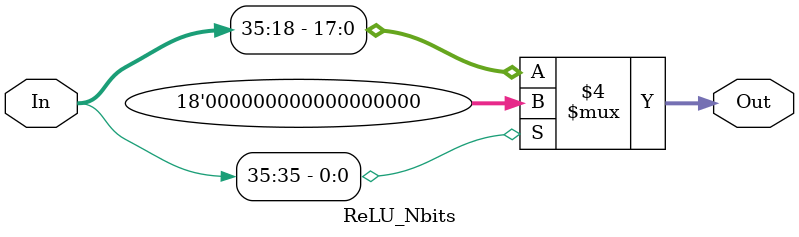
<source format=v>
module ha(a, b, s, cout);
    input a, b; 
    output s, cout;

    assign s = a ^ b;        
    assign cout = a & b;     

endmodule

module fa(a, b, cin, s, cout);
    input a, b, cin; 
    output s, cout;
    wire c1, c2;

    assign s = a ^ b ^ cin;
    assign c1 = a & b;
    assign c2 = (a ^ b) & cin;
    assign cout = c1 | c2;
endmodule


module rca_Nbits (A, B, S, Cout);
    parameter N = 16;

    input signed [N-1:0] A, B;
    output signed [N-1:0] S;
    output Cout;

//     wire  [N-1:0] w_cout;

//     // HA
//     ha ha_0 (
//         .a(A[0]),
//         .b(B[0]),
//         .s(S[0]),
//         .cout(w_cout[0])
//     );

//     // FA
//     generate
//         genvar i;
//         for (i = 1; i < N; i = i + 1)
//             begin
//                 fa fa_i (
//                     .a(A[i]),
//                     .b(B[i]),
//                     .cin(w_cout[i-1]),
//                     .s(S[i]),
//                     .cout(w_cout[i])
//                 );
//             end
//     endgenerate
    
//     assign Cout = w_cout[N-1];
  assign S = A + B;
  
endmodule

module m_mult (W, X, Out);
    parameter N = 18;

    input signed [N-1:0] W, X;
    output signed [(2*N)-1:0] Out;

//     reg [(2*N)-1:0] P;
//     wire [(2*N)-1:0] PP [N-1:0];
//     wire [(2*N)-1:0] P_next;
//     integer i;

//     // Partial Products
//     generate
//         genvar j;
//         for (j = 0; j < N; j = j + 1)
//             begin
//                 assign PP[j] = X[j] ? (W << j) : 0;
//             end
//     endgenerate

//     assign P_next = P + PP[0]; // Simplified for illustration; actual implementation may vary

//     assign Out = P;
  assign Out = W * X;
  
endmodule

module mac_Nbits (W, X, rst, clk, en, Out);
    parameter N = 18;

    input signed [N-1:0] W, X;
    input rst, clk, en;
    output signed [(2*N)-1:0] Out;

    wire [(2*N)-1:0] out_mult, out_add;

    reg [(2*N)-1:0] AC;

    m_mult #(N) m_mult_inst (
        .W(W),
        .X(X),
        .Out(out_mult)
    );

    rca_Nbits #(2*N) rca_inst (
        .A(out_mult),
        .B(AC),
        .S(out_add[(2*N)-1:0]),
        .Cout()
    );

  always @(posedge clk or posedge rst) begin
    if (!rst) begin
            AC <= 0;
    end else if (en) begin
            AC <= out_add;
        end
    end

    assign Out = AC;
endmodule

module ReLU_Nbits (In, Out);
    parameter N = 18;

    input signed [(2*N)-1:0] In;
    output reg [N-1:0] Out;

    always @(*) begin
        if (In[(2*N)-1] == 1'b1) begin
            Out = 0;
        end else begin
            Out = In[(2*N)-1:N];
        end
    end
endmodule


</source>
